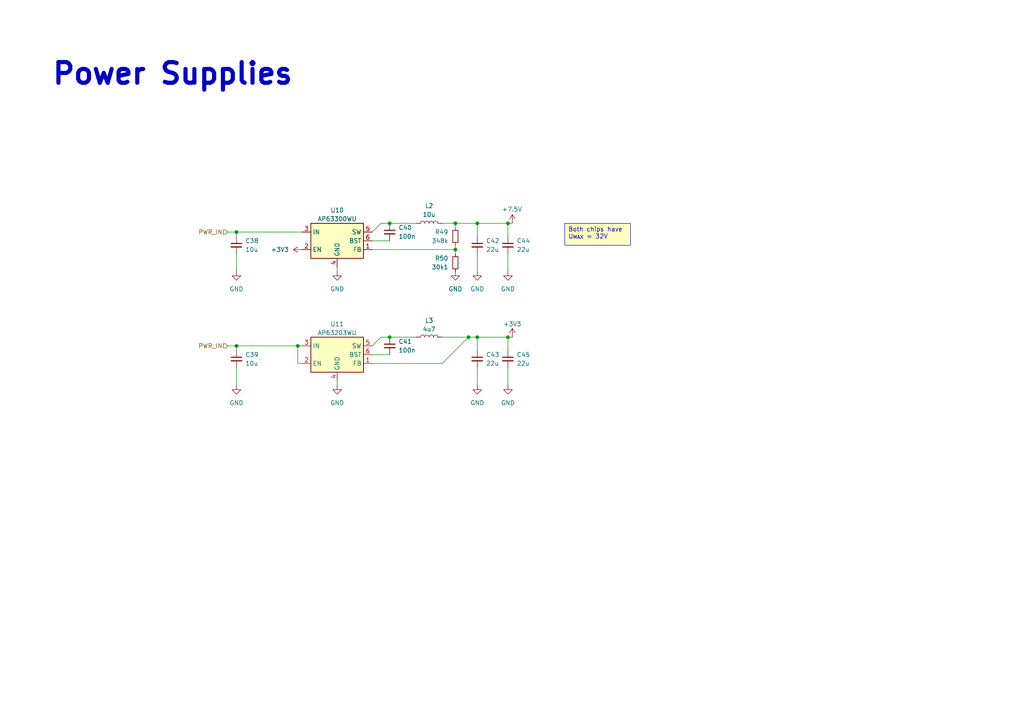
<source format=kicad_sch>
(kicad_sch (version 20241209) (generator "eeschema") (generator_version "9.0")
  (paper "A4")
  (lib_symbols
    (symbol "Device:C_Small" (pin_numbers (hide yes)) (pin_names (offset 0.254) (hide yes))
      (property "Reference" "C" (at 0.254 1.778 0))
      (property "Value" "C_Small" (at 0.254 -2.032 0))
      (symbol "C_Small_0_1"
        (polyline (pts (xy -1.524 0.508) (xy 1.524 0.508)) (stroke (width 0.3048)))
        (polyline (pts (xy -1.524 -0.508) (xy 1.524 -0.508)) (stroke (width 0.3302)))
      )
      (symbol "C_Small_1_1"
        (pin passive line (at 0 2.54 270) (length 2.032) (name "~") (number "1"))
        (pin passive line (at 0 -2.54 90) (length 2.032) (name "~") (number "2"))
      )
    )
    (symbol "Device:L" (pin_numbers (hide yes)) (pin_names (offset 1.016) (hide yes))
      (property "Reference" "L" (at -1.27 0 90))
      (property "Value" "L" (at 1.905 0 90))
      (symbol "L_0_1"
        (arc (start 0 2.54) (mid 0.6323 1.905) (end 0 1.27))
        (arc (start 0 1.27) (mid 0.6323 0.635) (end 0 0))
        (arc (start 0 0) (mid 0.6323 -0.635) (end 0 -1.27))
        (arc (start 0 -1.27) (mid 0.6323 -1.905) (end 0 -2.54))
      )
      (symbol "L_1_1"
        (pin passive line (at 0 3.81 270) (length 1.27) (name "1") (number "1"))
        (pin passive line (at 0 -3.81 90) (length 1.27) (name "2") (number "2"))
      )
    )
    (symbol "Device:R_Small" (pin_numbers (hide yes)) (pin_names (offset 0.254) (hide yes))
      (property "Reference" "R" (at 0.762 0.508 0))
      (property "Value" "R_Small" (at 0.762 -1.016 0))
      (symbol "R_Small_0_1"
        (rectangle (start -0.762 1.778) (end 0.762 -1.778) (stroke (width 0.2032)))
      )
      (symbol "R_Small_1_1"
        (pin passive line (at 0 2.54 270) (length 0.762) (name "~") (number "1"))
        (pin passive line (at 0 -2.54 90) (length 0.762) (name "~") (number "2"))
      )
    )
    (symbol "Regulator_Switching:AP63200WU"
      (property "Reference" "U" (at -7.62 6.35 0))
      (property "Value" "AP63200WU" (at 2.54 6.35 0))
      (symbol "AP63200WU_0_1"
        (rectangle (start -7.62 5.08) (end 7.62 -5.08) (stroke (width 0.254)) (fill (type background)))
      )
      (symbol "AP63200WU_1_1"
        (pin power_in line (at -10.16 2.54 0) (length 2.54) (name "IN") (number "3"))
        (pin input line (at -10.16 -2.54 0) (length 2.54) (name "EN") (number "2"))
        (pin power_in line (at 0 -7.62 90) (length 2.54) (name "GND") (number "4"))
        (pin output line (at 10.16 2.54 180) (length 2.54) (name "SW") (number "5"))
        (pin passive line (at 10.16 0 180) (length 2.54) (name "BST") (number "6"))
        (pin input line (at 10.16 -2.54 180) (length 2.54) (name "FB") (number "1"))
      )
    )
    (symbol "power:+12V" (power) (pin_numbers (hide yes)) (pin_names (offset 0) (hide yes))
      (property "Value" "+12V" (at 0 3.556 0))
      (symbol "+12V_0_1"
        (polyline (pts (xy -0.762 1.27) (xy 0 2.54)))
        (polyline (pts (xy 0 2.54) (xy 0.762 1.27)))
        (polyline (pts (xy 0 0) (xy 0 2.54)))
      )
      (symbol "+12V_1_1"
        (pin power_in line (at 0 0 90) (length 0) (name "~") (number "1"))
      )
    )
    (symbol "power:+3V3" (power) (pin_numbers (hide yes)) (pin_names (offset 0) (hide yes))
      (property "Value" "+3V3" (at 0 3.556 0))
      (symbol "+3V3_0_1"
        (polyline (pts (xy -0.762 1.27) (xy 0 2.54)))
        (polyline (pts (xy 0 2.54) (xy 0.762 1.27)))
        (polyline (pts (xy 0 0) (xy 0 2.54)))
      )
      (symbol "+3V3_1_1"
        (pin power_in line (at 0 0 90) (length 0) (name "~") (number "1"))
      )
    )
    (symbol "power:GND" (power) (pin_numbers (hide yes)) (pin_names (offset 0) (hide yes))
      (property "Value" "GND" (at 0 -3.81 0))
      (symbol "GND_0_1"
        (polyline (pts (xy 0 0) (xy 0 -1.27) (xy 1.27 -1.27) (xy 0 -2.54) (xy -1.27 -1.27) (xy 0 -1.27)))
      )
      (symbol "GND_1_1"
        (pin power_in line (at 0 0 270) (length 0) (name "~") (number "1"))
      )
    )
  )
  (text "Power Supplies" (at 14.732 18.034 0) (effects (font (size 6 6) (bold yes)) (justify left top)))
  (text_box "Both chips have U_{MAX} = 32V" (at 163.83 64.77 0) (size 19.05 6.35) (margins 0.9525 0.9525 0.9525 0.9525) (fill (type color) (color 255 255 194 1)) (effects (font (size 1.27 1.27)) (justify left top)))
  (junction (at 147.32 97.79))
  (junction (at 113.03 64.77))
  (junction (at 135.89 97.79))
  (junction (at 113.03 97.79))
  (junction (at 138.43 97.79))
  (junction (at 147.32 64.77))
  (junction (at 132.08 64.77))
  (junction (at 68.58 100.33))
  (junction (at 68.58 67.31))
  (junction (at 86.36 100.33))
  (junction (at 132.08 72.39))
  (junction (at 138.43 64.77))
  (wire (pts (xy 135.89 97.79) (xy 138.43 97.79)))
  (wire (pts (xy 68.58 101.6) (xy 68.58 100.33)))
  (wire (pts (xy 147.32 97.79) (xy 147.32 101.6)))
  (wire (pts (xy 68.58 67.31) (xy 87.63 67.31)))
  (wire (pts (xy 138.43 64.77) (xy 147.32 64.77)))
  (wire (pts (xy 128.27 64.77) (xy 132.08 64.77)))
  (wire (pts (xy 68.58 111.76) (xy 68.58 106.68)))
  (wire (pts (xy 86.36 100.33) (xy 87.63 100.33)))
  (wire (pts (xy 97.79 78.74) (xy 97.79 77.47)))
  (wire (pts (xy 97.79 111.76) (xy 97.79 110.49)))
  (wire (pts (xy 110.49 64.77) (xy 107.95 67.31)))
  (wire (pts (xy 132.08 71.12) (xy 132.08 72.39)))
  (wire (pts (xy 147.32 111.76) (xy 147.32 106.68)))
  (wire (pts (xy 113.03 97.79) (xy 120.65 97.79)))
  (wire (pts (xy 86.36 105.41) (xy 87.63 105.41)))
  (wire (pts (xy 138.43 64.77) (xy 138.43 68.58)))
  (wire (pts (xy 147.32 64.77) (xy 148.59 64.77)))
  (wire (pts (xy 128.27 105.41) (xy 135.89 97.79)))
  (wire (pts (xy 138.43 111.76) (xy 138.43 106.68)))
  (wire (pts (xy 107.95 102.87) (xy 113.03 102.87)))
  (wire (pts (xy 147.32 64.77) (xy 147.32 68.58)))
  (wire (pts (xy 107.95 69.85) (xy 113.03 69.85)))
  (wire (pts (xy 132.08 72.39) (xy 132.08 73.66)))
  (wire (pts (xy 110.49 97.79) (xy 113.03 97.79)))
  (wire (pts (xy 68.58 68.58) (xy 68.58 67.31)))
  (wire (pts (xy 132.08 64.77) (xy 132.08 66.04)))
  (wire (pts (xy 110.49 64.77) (xy 113.03 64.77)))
  (wire (pts (xy 147.32 97.79) (xy 148.59 97.79)))
  (wire (pts (xy 147.32 78.74) (xy 147.32 73.66)))
  (wire (pts (xy 113.03 64.77) (xy 120.65 64.77)))
  (wire (pts (xy 68.58 100.33) (xy 86.36 100.33)))
  (wire (pts (xy 128.27 97.79) (xy 135.89 97.79)))
  (wire (pts (xy 110.49 97.79) (xy 107.95 100.33)))
  (wire (pts (xy 66.04 67.31) (xy 68.58 67.31)))
  (wire (pts (xy 132.08 64.77) (xy 138.43 64.77)))
  (wire (pts (xy 138.43 97.79) (xy 147.32 97.79)))
  (wire (pts (xy 107.95 72.39) (xy 132.08 72.39)))
  (wire (pts (xy 138.43 97.79) (xy 138.43 101.6)))
  (wire (pts (xy 86.36 100.33) (xy 86.36 105.41)))
  (wire (pts (xy 66.04 100.33) (xy 68.58 100.33)))
  (wire (pts (xy 107.95 105.41) (xy 128.27 105.41)))
  (wire (pts (xy 138.43 78.74) (xy 138.43 73.66)))
  (wire (pts (xy 68.58 78.74) (xy 68.58 73.66)))
  (hierarchical_label "PWR_IN" (shape input) (at 66.04 100.33 180))
  (hierarchical_label "PWR_IN" (shape input) (at 66.04 67.31 180))
  (symbol (lib_id "Device:L") (at 124.46 97.79 90) (unit 1)
    (property "Reference" "L3" (at 124.46 92.964 90))
    (property "Value" "4u7" (at 124.46 95.504 90))
    (property "Footprint" "Inductor_SMD:L_Chilisin_BMRA00040420" (effects (hide yes)))
    (property "Description" "Inductor" (effects (hide yes)))
    (property "LCSC" "C167208" (effects (hide yes)))
  )
  (symbol (lib_id "power:GND") (at 68.58 78.74 0) (unit 1)
    (property "Reference" "#PWR081" (effects (hide yes)))
    (property "Value" "GND" (at 68.58 83.82 0))
    (property "Description" "Power symbol creates a global label with name \"GND\" , ground" (effects (hide yes)))
  )
  (symbol (lib_id "Device:C_Small") (at 147.32 71.12 0) (unit 1)
    (property "Reference" "C44" (at 149.86 69.8562 0) (effects (justify left)))
    (property "Value" "22u" (at 149.86 72.3962 0) (effects (justify left)))
    (property "Footprint" "Capacitor_SMD:C_1206_3216Metric" (effects (hide yes)))
    (property "Description" "Unpolarized capacitor, small symbol" (effects (hide yes)))
    (property "LCSC" "C77091" (effects (hide yes)))
  )
  (symbol (lib_id "Regulator_Switching:AP63200WU") (at 97.79 69.85 0) (unit 1)
    (property "Reference" "U10" (at 97.79 60.96 0))
    (property "Value" "AP63300WU" (at 97.79 63.5 0))
    (property "Footprint" "Package_TO_SOT_SMD:TSOT-23-6" (effects (hide yes)))
    (property "Datasheet" "https://www.diodes.com/assets/Datasheets/AP63200-AP63201-AP63203-AP63205.pdf" (effects (hide yes)))
    (property "Description" "2A, 500kHz Buck DC/DC Converter, adjustable output voltage, TSOT-23-6" (effects (hide yes)))
    (property "LCSC" "C2158012" (effects (hide yes)))
  )
  (symbol (lib_id "power:GND") (at 147.32 111.76 0) (unit 1)
    (property "Reference" "#PWR090" (effects (hide yes)))
    (property "Value" "GND" (at 147.32 116.84 0))
    (property "Description" "Power symbol creates a global label with name \"GND\" , ground" (effects (hide yes)))
  )
  (symbol (lib_id "power:GND") (at 68.58 111.76 0) (unit 1)
    (property "Reference" "#PWR082" (effects (hide yes)))
    (property "Value" "GND" (at 68.58 116.84 0))
    (property "Description" "Power symbol creates a global label with name \"GND\" , ground" (effects (hide yes)))
  )
  (symbol (lib_id "Device:C_Small") (at 138.43 104.14 0) (unit 1)
    (property "Reference" "C43" (at 140.97 102.8762 0) (effects (justify left)))
    (property "Value" "22u" (at 140.97 105.4162 0) (effects (justify left)))
    (property "Footprint" "Capacitor_SMD:C_1206_3216Metric" (effects (hide yes)))
    (property "Description" "Unpolarized capacitor, small symbol" (effects (hide yes)))
    (property "LCSC" "C77091" (effects (hide yes)))
  )
  (symbol (lib_id "Device:C_Small") (at 68.58 104.14 0) (unit 1)
    (property "Reference" "C39" (at 71.12 102.8762 0) (effects (justify left)))
    (property "Value" "10u" (at 71.12 105.4162 0) (effects (justify left)))
    (property "Footprint" "Capacitor_SMD:C_1206_3216Metric" (effects (hide yes)))
    (property "Description" "Unpolarized capacitor, small symbol" (effects (hide yes)))
    (property "LCSC" "C13585" (effects (hide yes)))
  )
  (symbol (lib_id "power:GND") (at 132.08 78.74 0) (unit 1)
    (property "Reference" "#PWR086" (effects (hide yes)))
    (property "Value" "GND" (at 132.08 83.82 0))
    (property "Description" "Power symbol creates a global label with name \"GND\" , ground" (effects (hide yes)))
  )
  (symbol (lib_id "power:GND") (at 97.79 78.74 0) (unit 1)
    (property "Reference" "#PWR084" (effects (hide yes)))
    (property "Value" "GND" (at 97.79 83.82 0))
    (property "Description" "Power symbol creates a global label with name \"GND\" , ground" (effects (hide yes)))
  )
  (symbol (lib_id "Device:C_Small") (at 113.03 67.31 0) (unit 1)
    (property "Reference" "C40" (at 115.57 66.0462 0) (effects (justify left)))
    (property "Value" "100n" (at 115.57 68.5862 0) (effects (justify left)))
    (property "Footprint" "Capacitor_SMD:C_0603_1608Metric" (effects (hide yes)))
    (property "Description" "Unpolarized capacitor, small symbol" (effects (hide yes)))
    (property "LCSC" "C1591" (effects (hide yes)))
  )
  (symbol (lib_id "power:GND") (at 138.43 78.74 0) (unit 1)
    (property "Reference" "#PWR087" (effects (hide yes)))
    (property "Value" "GND" (at 138.43 83.82 0))
    (property "Description" "Power symbol creates a global label with name \"GND\" , ground" (effects (hide yes)))
  )
  (symbol (lib_id "Device:L") (at 124.46 64.77 90) (unit 1)
    (property "Reference" "L2" (at 124.46 59.69 90))
    (property "Value" "10u" (at 124.46 62.23 90))
    (property "Footprint" "Inductor_SMD:L_Chilisin_BMRA00040420" (effects (hide yes)))
    (property "Description" "Inductor" (effects (hide yes)))
    (property "LCSC" "C177242" (effects (hide yes)))
  )
  (symbol (lib_id "Device:C_Small") (at 138.43 71.12 0) (unit 1)
    (property "Reference" "C42" (at 140.97 69.8562 0) (effects (justify left)))
    (property "Value" "22u" (at 140.97 72.3962 0) (effects (justify left)))
    (property "Footprint" "Capacitor_SMD:C_1206_3216Metric" (effects (hide yes)))
    (property "Description" "Unpolarized capacitor, small symbol" (effects (hide yes)))
    (property "LCSC" "C77091" (effects (hide yes)))
  )
  (symbol (lib_id "Device:R_Small") (at 132.08 76.2 0) (unit 1)
    (property "Reference" "R50" (at 130.048 74.93 0) (effects (justify right)))
    (property "Value" "30k1" (at 130.048 77.47 0) (effects (justify right)))
    (property "Footprint" "Resistor_SMD:R_0603_1608Metric" (effects (hide yes)))
    (property "Description" "Resistor, small symbol" (effects (hide yes)))
    (property "LCSC" "C137745" (effects (hide yes)))
  )
  (symbol (lib_id "power:+12V") (at 148.59 64.77 0) (unit 1)
    (property "Reference" "#PWR091" (effects (hide yes)))
    (property "Value" "+7.5V" (at 145.542 60.706 0) (effects (justify left)))
    (property "Description" "Power symbol creates a global label with name \"+7.5V\"" (effects (hide yes)))
  )
  (symbol (lib_id "power:+3V3") (at 148.59 97.79 0) (unit 1)
    (property "Reference" "#PWR092" (effects (hide yes)))
    (property "Value" "+3V3" (at 148.59 93.98 0))
    (property "Description" "Power symbol creates a global label with name \"+3V3\"" (effects (hide yes)))
  )
  (symbol (lib_id "Device:C_Small") (at 68.58 71.12 0) (unit 1)
    (property "Reference" "C38" (at 71.12 69.8562 0) (effects (justify left)))
    (property "Value" "10u" (at 71.12 72.3962 0) (effects (justify left)))
    (property "Footprint" "Capacitor_SMD:C_1206_3216Metric" (effects (hide yes)))
    (property "Description" "Unpolarized capacitor, small symbol" (effects (hide yes)))
    (property "LCSC" "C13585" (effects (hide yes)))
  )
  (symbol (lib_id "power:GND") (at 97.79 111.76 0) (unit 1)
    (property "Reference" "#PWR085" (effects (hide yes)))
    (property "Value" "GND" (at 97.79 116.84 0))
    (property "Description" "Power symbol creates a global label with name \"GND\" , ground" (effects (hide yes)))
  )
  (symbol (lib_id "Regulator_Switching:AP63200WU") (at 97.79 102.87 0) (unit 1)
    (property "Reference" "U11" (at 97.79 93.98 0))
    (property "Value" "AP63203WU" (at 97.79 96.52 0))
    (property "Footprint" "Package_TO_SOT_SMD:TSOT-23-6" (effects (hide yes)))
    (property "Datasheet" "https://www.diodes.com/assets/Datasheets/AP63200-AP63201-AP63203-AP63205.pdf" (effects (hide yes)))
    (property "Description" "2A, 500kHz Buck DC/DC Converter, adjustable output voltage, TSOT-23-6" (effects (hide yes)))
    (property "LCSC" "C780769" (effects (hide yes)))
  )
  (symbol (lib_id "power:GND") (at 138.43 111.76 0) (unit 1)
    (property "Reference" "#PWR088" (effects (hide yes)))
    (property "Value" "GND" (at 138.43 116.84 0))
    (property "Description" "Power symbol creates a global label with name \"GND\" , ground" (effects (hide yes)))
  )
  (symbol (lib_id "Device:C_Small") (at 113.03 100.33 0) (unit 1)
    (property "Reference" "C41" (at 115.57 99.0662 0) (effects (justify left)))
    (property "Value" "100n" (at 115.57 101.6062 0) (effects (justify left)))
    (property "Footprint" "Capacitor_SMD:C_0603_1608Metric" (effects (hide yes)))
    (property "Description" "Unpolarized capacitor, small symbol" (effects (hide yes)))
    (property "LCSC" "C1591" (effects (hide yes)))
  )
  (symbol (lib_id "power:GND") (at 147.32 78.74 0) (unit 1)
    (property "Reference" "#PWR089" (effects (hide yes)))
    (property "Value" "GND" (at 147.32 83.82 0))
    (property "Description" "Power symbol creates a global label with name \"GND\" , ground" (effects (hide yes)))
  )
  (symbol (lib_id "Device:R_Small") (at 132.08 68.58 0) (unit 1)
    (property "Reference" "R49" (at 130.048 67.31 0) (effects (justify right)))
    (property "Value" "348k" (at 130.048 69.85 0) (effects (justify right)))
    (property "Footprint" "Resistor_SMD:R_0603_1608Metric" (effects (hide yes)))
    (property "Description" "Resistor, small symbol" (effects (hide yes)))
    (property "LCSC" "C227828" (effects (hide yes)))
  )
  (symbol (lib_id "power:+3V3") (at 87.63 72.39 90) (unit 1)
    (property "Reference" "#PWR083" (effects (hide yes)))
    (property "Value" "+3V3" (at 83.82 72.3899 90) (effects (justify left)))
    (property "Description" "Power symbol creates a global label with name \"+3V3\"" (effects (hide yes)))
  )
  (symbol (lib_id "Device:C_Small") (at 147.32 104.14 0) (unit 1)
    (property "Reference" "C45" (at 149.86 102.8762 0) (effects (justify left)))
    (property "Value" "22u" (at 149.86 105.4162 0) (effects (justify left)))
    (property "Footprint" "Capacitor_SMD:C_1206_3216Metric" (effects (hide yes)))
    (property "Description" "Unpolarized capacitor, small symbol" (effects (hide yes)))
    (property "LCSC" "C77091" (effects (hide yes)))
  )
)
</source>
